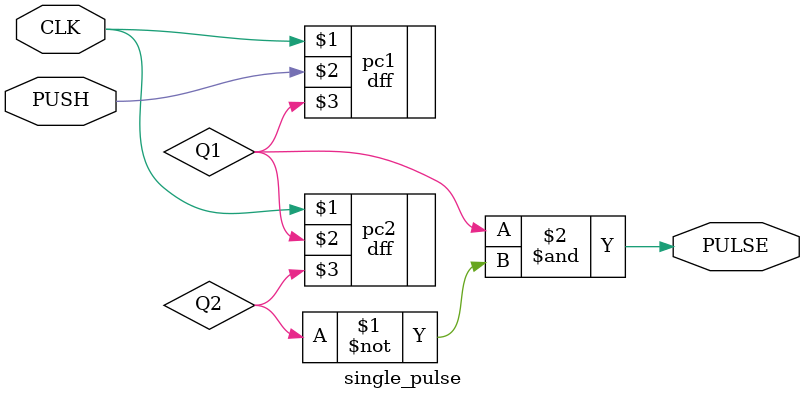
<source format=v>
`timescale 1ns / 1ps


module single_pulse(
    input CLK, PUSH, 
    output PULSE
    );
    
    wire Q1, Q2;
    dff pc1(CLK, PUSH, Q1);
    dff pc2(CLK, Q1, Q2);
    
    assign PULSE = Q1 & ~Q2;
    
endmodule

</source>
